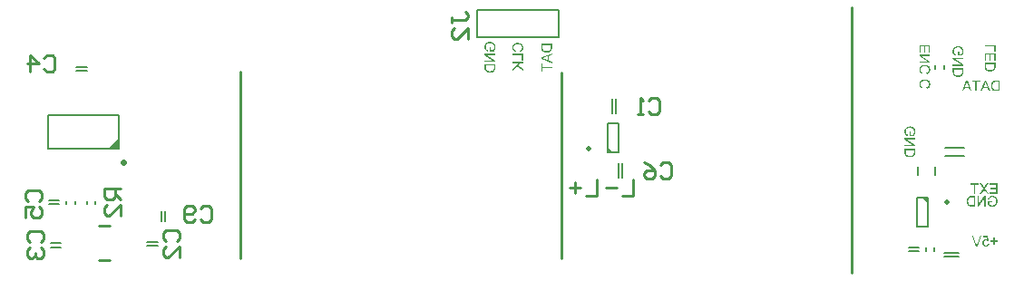
<source format=gbo>
G04 Layer_Color=32896*
%FSLAX42Y42*%
%MOMM*%
G71*
G01*
G75*
%ADD15C,0.50*%
%ADD37C,0.20*%
%ADD38C,0.25*%
%ADD39C,0.13*%
%ADD65C,0.60*%
G36*
X9658Y1846D02*
X9626D01*
Y1760D01*
X9613D01*
Y1846D01*
X9581D01*
Y1858D01*
X9658D01*
Y1846D01*
D02*
G37*
G36*
X9752Y1760D02*
X9739D01*
X9728Y1790D01*
X9687D01*
X9676Y1760D01*
X9661D01*
X9701Y1858D01*
X9715D01*
X9752Y1760D01*
D02*
G37*
G36*
X9457Y2180D02*
X9462Y2179D01*
X9464Y2179D01*
X9466Y2178D01*
X9468Y2178D01*
X9470Y2177D01*
X9472Y2176D01*
X9473Y2176D01*
X9475Y2175D01*
X9476Y2175D01*
X9477Y2175D01*
X9477Y2174D01*
X9478Y2174D01*
X9478D01*
X9482Y2172D01*
X9485Y2169D01*
X9489Y2166D01*
X9491Y2163D01*
X9493Y2160D01*
X9494Y2159D01*
X9495Y2158D01*
X9495Y2157D01*
X9495Y2157D01*
X9495Y2156D01*
X9496Y2156D01*
X9497Y2154D01*
X9498Y2152D01*
X9499Y2147D01*
X9500Y2143D01*
X9501Y2139D01*
X9501Y2137D01*
X9501Y2135D01*
X9502Y2134D01*
Y2132D01*
X9502Y2132D01*
Y2131D01*
Y2130D01*
Y2130D01*
X9502Y2126D01*
X9501Y2122D01*
X9500Y2119D01*
X9500Y2116D01*
X9499Y2114D01*
X9499Y2113D01*
X9499Y2112D01*
X9498Y2111D01*
X9498Y2110D01*
X9498Y2110D01*
X9498Y2110D01*
Y2109D01*
X9496Y2106D01*
X9495Y2102D01*
X9493Y2099D01*
X9491Y2096D01*
X9490Y2094D01*
X9489Y2093D01*
X9488Y2092D01*
X9488Y2091D01*
X9487Y2091D01*
X9487Y2090D01*
X9487Y2090D01*
X9486Y2090D01*
X9450D01*
Y2131D01*
X9462D01*
Y2102D01*
X9480D01*
X9482Y2104D01*
X9483Y2106D01*
X9484Y2108D01*
X9485Y2110D01*
X9486Y2112D01*
X9486Y2113D01*
X9487Y2114D01*
X9487Y2114D01*
X9487Y2114D01*
Y2115D01*
X9488Y2118D01*
X9489Y2121D01*
X9489Y2123D01*
X9490Y2126D01*
X9490Y2128D01*
Y2129D01*
X9490Y2130D01*
Y2130D01*
Y2131D01*
Y2131D01*
Y2131D01*
X9490Y2134D01*
X9489Y2138D01*
X9489Y2141D01*
X9488Y2144D01*
X9487Y2146D01*
X9487Y2147D01*
X9487Y2148D01*
X9486Y2148D01*
X9486Y2149D01*
X9486Y2149D01*
Y2149D01*
X9484Y2152D01*
X9482Y2155D01*
X9480Y2157D01*
X9478Y2159D01*
X9476Y2161D01*
X9474Y2162D01*
X9474Y2162D01*
X9473Y2162D01*
X9473Y2162D01*
X9473D01*
X9469Y2164D01*
X9466Y2165D01*
X9462Y2166D01*
X9459Y2166D01*
X9457Y2166D01*
X9456Y2166D01*
X9454Y2167D01*
X9453D01*
X9452Y2167D01*
X9451D01*
X9447Y2167D01*
X9443Y2166D01*
X9440Y2166D01*
X9437Y2165D01*
X9436Y2165D01*
X9435Y2164D01*
X9434Y2164D01*
X9433Y2164D01*
X9432Y2163D01*
X9432Y2163D01*
X9431Y2163D01*
X9431D01*
X9429Y2162D01*
X9428Y2161D01*
X9426Y2160D01*
X9424Y2159D01*
X9423Y2158D01*
X9422Y2158D01*
X9422Y2157D01*
X9422Y2157D01*
X9420Y2155D01*
X9419Y2154D01*
X9418Y2152D01*
X9416Y2150D01*
X9416Y2149D01*
X9415Y2148D01*
X9415Y2147D01*
X9415Y2146D01*
X9414Y2144D01*
X9413Y2141D01*
X9412Y2139D01*
X9412Y2136D01*
X9412Y2134D01*
Y2133D01*
X9412Y2133D01*
Y2132D01*
Y2132D01*
Y2131D01*
Y2131D01*
X9412Y2128D01*
X9412Y2126D01*
X9413Y2124D01*
X9413Y2122D01*
X9414Y2120D01*
X9414Y2119D01*
X9414Y2118D01*
X9414Y2118D01*
X9415Y2116D01*
X9417Y2114D01*
X9418Y2112D01*
X9419Y2111D01*
X9420Y2110D01*
X9420Y2109D01*
X9421Y2109D01*
X9421Y2108D01*
X9423Y2107D01*
X9425Y2106D01*
X9427Y2105D01*
X9429Y2104D01*
X9430Y2104D01*
X9432Y2103D01*
X9432Y2103D01*
X9433Y2103D01*
X9433Y2103D01*
X9433D01*
X9430Y2091D01*
X9426Y2092D01*
X9423Y2093D01*
X9420Y2095D01*
X9418Y2096D01*
X9416Y2097D01*
X9415Y2098D01*
X9414Y2098D01*
X9414Y2099D01*
X9412Y2101D01*
X9410Y2103D01*
X9408Y2105D01*
X9407Y2107D01*
X9406Y2109D01*
X9405Y2111D01*
X9405Y2111D01*
X9404Y2112D01*
X9404Y2112D01*
Y2112D01*
X9403Y2115D01*
X9402Y2119D01*
X9402Y2122D01*
X9401Y2125D01*
X9401Y2127D01*
Y2129D01*
X9401Y2129D01*
Y2130D01*
Y2131D01*
Y2131D01*
Y2131D01*
Y2134D01*
X9401Y2136D01*
X9402Y2141D01*
X9402Y2144D01*
X9403Y2146D01*
X9403Y2148D01*
X9404Y2150D01*
X9404Y2151D01*
X9405Y2153D01*
X9405Y2154D01*
X9406Y2155D01*
X9406Y2156D01*
X9407Y2156D01*
X9407Y2157D01*
X9407Y2157D01*
X9408Y2159D01*
X9409Y2161D01*
X9412Y2164D01*
X9415Y2167D01*
X9418Y2170D01*
X9421Y2172D01*
X9422Y2172D01*
X9423Y2173D01*
X9424Y2174D01*
X9425Y2174D01*
X9425Y2174D01*
X9425Y2174D01*
X9430Y2176D01*
X9435Y2177D01*
X9439Y2179D01*
X9441Y2179D01*
X9443Y2179D01*
X9445Y2179D01*
X9447Y2180D01*
X9448Y2180D01*
X9449D01*
X9450Y2180D01*
X9452D01*
X9457Y2180D01*
D02*
G37*
G36*
X9578Y1760D02*
X9564D01*
X9554Y1790D01*
X9513D01*
X9502Y1760D01*
X9487D01*
X9527Y1858D01*
X9541D01*
X9578Y1760D01*
D02*
G37*
G36*
X9840D02*
X9805D01*
X9802Y1760D01*
X9799Y1760D01*
X9796Y1761D01*
X9794Y1761D01*
X9792Y1761D01*
X9790Y1761D01*
X9790Y1761D01*
X9790Y1762D01*
X9789D01*
X9787Y1762D01*
X9784Y1763D01*
X9782Y1764D01*
X9781Y1765D01*
X9779Y1765D01*
X9778Y1766D01*
X9778Y1766D01*
X9778Y1766D01*
X9776Y1768D01*
X9774Y1769D01*
X9773Y1771D01*
X9771Y1772D01*
X9770Y1773D01*
X9769Y1774D01*
X9769Y1775D01*
X9769Y1775D01*
X9767Y1778D01*
X9766Y1780D01*
X9765Y1782D01*
X9764Y1785D01*
X9763Y1787D01*
X9762Y1788D01*
X9762Y1789D01*
X9762Y1789D01*
X9762Y1789D01*
Y1789D01*
X9761Y1793D01*
X9760Y1796D01*
X9760Y1799D01*
X9760Y1803D01*
X9760Y1805D01*
Y1806D01*
X9759Y1807D01*
Y1808D01*
Y1809D01*
Y1809D01*
Y1809D01*
X9760Y1814D01*
X9760Y1818D01*
X9761Y1822D01*
X9761Y1824D01*
X9761Y1826D01*
X9762Y1827D01*
X9762Y1829D01*
X9762Y1830D01*
X9763Y1831D01*
X9763Y1831D01*
X9763Y1832D01*
X9763Y1832D01*
Y1832D01*
X9765Y1836D01*
X9767Y1839D01*
X9769Y1842D01*
X9771Y1845D01*
X9772Y1847D01*
X9774Y1848D01*
X9774Y1848D01*
X9775Y1849D01*
X9775Y1849D01*
X9775Y1849D01*
X9777Y1851D01*
X9780Y1852D01*
X9782Y1854D01*
X9784Y1855D01*
X9786Y1855D01*
X9788Y1856D01*
X9788Y1856D01*
X9789D01*
X9789Y1856D01*
X9789D01*
X9792Y1857D01*
X9794Y1857D01*
X9797Y1857D01*
X9800Y1857D01*
X9803Y1858D01*
X9840D01*
Y1760D01*
D02*
G37*
G36*
X9634Y310D02*
X9620D01*
X9582Y408D01*
X9595D01*
X9622Y337D01*
X9623Y334D01*
X9624Y331D01*
X9625Y328D01*
X9625Y326D01*
X9626Y324D01*
X9627Y322D01*
X9627Y322D01*
X9627Y321D01*
X9627Y321D01*
Y321D01*
X9629Y326D01*
X9630Y329D01*
X9630Y331D01*
X9631Y334D01*
X9631Y334D01*
X9632Y335D01*
X9632Y336D01*
X9632Y336D01*
X9632Y337D01*
Y337D01*
X9657Y408D01*
X9672D01*
X9634Y310D01*
D02*
G37*
G36*
X9793Y364D02*
X9820D01*
Y353D01*
X9793D01*
Y326D01*
X9782D01*
Y353D01*
X9756D01*
Y364D01*
X9782D01*
Y390D01*
X9793D01*
Y364D01*
D02*
G37*
G36*
X5660Y2099D02*
X5630Y2088D01*
Y2047D01*
X5660Y2036D01*
Y2021D01*
X5562Y2061D01*
Y2075D01*
X5660Y2112D01*
Y2099D01*
D02*
G37*
G36*
X5574Y1986D02*
X5660D01*
Y1973D01*
X5574D01*
Y1941D01*
X5562D01*
Y2018D01*
X5574D01*
Y1986D01*
D02*
G37*
G36*
X9500Y2058D02*
X9423D01*
X9500Y2007D01*
Y1994D01*
X9402D01*
Y2006D01*
X9479D01*
X9402Y2057D01*
Y2071D01*
X9500D01*
Y2058D01*
D02*
G37*
G36*
X5087Y2220D02*
X5092Y2219D01*
X5094Y2219D01*
X5096Y2218D01*
X5098Y2218D01*
X5100Y2217D01*
X5102Y2216D01*
X5103Y2216D01*
X5105Y2215D01*
X5106Y2215D01*
X5107Y2215D01*
X5107Y2214D01*
X5108Y2214D01*
X5108D01*
X5112Y2212D01*
X5115Y2209D01*
X5119Y2206D01*
X5121Y2203D01*
X5123Y2200D01*
X5124Y2199D01*
X5125Y2198D01*
X5125Y2197D01*
X5125Y2197D01*
X5125Y2196D01*
X5126Y2196D01*
X5127Y2194D01*
X5128Y2192D01*
X5129Y2187D01*
X5130Y2183D01*
X5131Y2179D01*
X5131Y2177D01*
X5131Y2175D01*
X5132Y2174D01*
Y2172D01*
X5132Y2172D01*
Y2171D01*
Y2170D01*
Y2170D01*
X5132Y2166D01*
X5131Y2162D01*
X5130Y2159D01*
X5130Y2156D01*
X5129Y2154D01*
X5129Y2153D01*
X5129Y2152D01*
X5128Y2151D01*
X5128Y2150D01*
X5128Y2150D01*
X5128Y2150D01*
Y2149D01*
X5126Y2146D01*
X5125Y2142D01*
X5123Y2139D01*
X5121Y2136D01*
X5120Y2134D01*
X5119Y2133D01*
X5118Y2132D01*
X5118Y2131D01*
X5117Y2131D01*
X5117Y2130D01*
X5117Y2130D01*
X5116Y2130D01*
X5080D01*
Y2171D01*
X5092D01*
Y2142D01*
X5110D01*
X5112Y2144D01*
X5113Y2146D01*
X5114Y2148D01*
X5115Y2150D01*
X5116Y2152D01*
X5116Y2153D01*
X5117Y2154D01*
X5117Y2154D01*
X5117Y2154D01*
Y2155D01*
X5118Y2158D01*
X5119Y2161D01*
X5119Y2163D01*
X5120Y2166D01*
X5120Y2168D01*
Y2169D01*
X5120Y2170D01*
Y2170D01*
Y2171D01*
Y2171D01*
Y2171D01*
X5120Y2174D01*
X5119Y2178D01*
X5119Y2181D01*
X5118Y2184D01*
X5117Y2186D01*
X5117Y2187D01*
X5117Y2188D01*
X5116Y2188D01*
X5116Y2189D01*
X5116Y2189D01*
Y2189D01*
X5114Y2192D01*
X5112Y2195D01*
X5110Y2197D01*
X5108Y2199D01*
X5106Y2201D01*
X5104Y2202D01*
X5104Y2202D01*
X5103Y2202D01*
X5103Y2202D01*
X5103D01*
X5099Y2204D01*
X5096Y2205D01*
X5092Y2206D01*
X5089Y2206D01*
X5087Y2206D01*
X5086Y2206D01*
X5084Y2207D01*
X5083D01*
X5082Y2207D01*
X5081D01*
X5077Y2207D01*
X5073Y2206D01*
X5070Y2206D01*
X5067Y2205D01*
X5066Y2205D01*
X5065Y2204D01*
X5064Y2204D01*
X5063Y2204D01*
X5062Y2203D01*
X5062Y2203D01*
X5061Y2203D01*
X5061D01*
X5059Y2202D01*
X5058Y2201D01*
X5056Y2200D01*
X5054Y2199D01*
X5053Y2198D01*
X5052Y2198D01*
X5052Y2197D01*
X5052Y2197D01*
X5050Y2195D01*
X5049Y2194D01*
X5048Y2192D01*
X5046Y2190D01*
X5046Y2189D01*
X5045Y2188D01*
X5045Y2187D01*
X5045Y2186D01*
X5044Y2184D01*
X5043Y2181D01*
X5042Y2179D01*
X5042Y2176D01*
X5042Y2174D01*
Y2173D01*
X5042Y2173D01*
Y2172D01*
Y2172D01*
Y2171D01*
Y2171D01*
X5042Y2168D01*
X5042Y2166D01*
X5043Y2164D01*
X5043Y2162D01*
X5044Y2160D01*
X5044Y2159D01*
X5044Y2158D01*
X5044Y2158D01*
X5045Y2156D01*
X5047Y2154D01*
X5048Y2152D01*
X5049Y2151D01*
X5050Y2150D01*
X5050Y2149D01*
X5051Y2149D01*
X5051Y2148D01*
X5053Y2147D01*
X5055Y2146D01*
X5057Y2145D01*
X5059Y2144D01*
X5060Y2144D01*
X5062Y2143D01*
X5062Y2143D01*
X5063Y2143D01*
X5063Y2143D01*
X5063D01*
X5060Y2131D01*
X5056Y2132D01*
X5053Y2133D01*
X5050Y2135D01*
X5048Y2136D01*
X5046Y2137D01*
X5045Y2138D01*
X5044Y2138D01*
X5044Y2139D01*
X5042Y2141D01*
X5040Y2143D01*
X5038Y2145D01*
X5037Y2147D01*
X5036Y2149D01*
X5035Y2151D01*
X5035Y2151D01*
X5034Y2152D01*
X5034Y2152D01*
Y2152D01*
X5033Y2155D01*
X5032Y2159D01*
X5032Y2162D01*
X5031Y2165D01*
X5031Y2167D01*
Y2169D01*
X5031Y2169D01*
Y2170D01*
Y2171D01*
Y2171D01*
Y2171D01*
Y2174D01*
X5031Y2176D01*
X5032Y2181D01*
X5032Y2184D01*
X5033Y2186D01*
X5033Y2188D01*
X5034Y2190D01*
X5034Y2191D01*
X5035Y2193D01*
X5035Y2194D01*
X5036Y2195D01*
X5036Y2196D01*
X5037Y2196D01*
X5037Y2197D01*
X5037Y2197D01*
X5038Y2199D01*
X5039Y2201D01*
X5042Y2204D01*
X5045Y2207D01*
X5048Y2210D01*
X5051Y2212D01*
X5052Y2212D01*
X5053Y2213D01*
X5054Y2214D01*
X5055Y2214D01*
X5055Y2214D01*
X5055Y2214D01*
X5060Y2216D01*
X5065Y2217D01*
X5069Y2219D01*
X5071Y2219D01*
X5073Y2219D01*
X5075Y2219D01*
X5077Y2220D01*
X5078Y2220D01*
X5079D01*
X5080Y2220D01*
X5082D01*
X5087Y2220D01*
D02*
G37*
G36*
X9146Y1868D02*
X9151Y1867D01*
X9155Y1867D01*
X9157Y1866D01*
X9159Y1866D01*
X9161Y1865D01*
X9162Y1865D01*
X9163Y1864D01*
X9165Y1864D01*
X9165Y1864D01*
X9166Y1864D01*
X9167Y1863D01*
X9167D01*
X9171Y1861D01*
X9175Y1859D01*
X9178Y1856D01*
X9179Y1855D01*
X9181Y1854D01*
X9182Y1853D01*
X9183Y1852D01*
X9184Y1851D01*
X9184Y1850D01*
X9185Y1849D01*
X9185Y1849D01*
X9185Y1848D01*
X9185Y1848D01*
X9186Y1846D01*
X9187Y1844D01*
X9189Y1840D01*
X9190Y1836D01*
X9191Y1832D01*
X9191Y1830D01*
X9191Y1828D01*
X9192Y1826D01*
Y1825D01*
X9192Y1824D01*
Y1823D01*
Y1823D01*
Y1822D01*
X9192Y1820D01*
X9191Y1817D01*
X9191Y1814D01*
X9190Y1812D01*
X9190Y1810D01*
X9189Y1808D01*
X9188Y1806D01*
X9187Y1804D01*
X9187Y1802D01*
X9186Y1801D01*
X9185Y1800D01*
X9185Y1799D01*
X9184Y1798D01*
X9184Y1797D01*
X9184Y1797D01*
X9183Y1797D01*
X9182Y1795D01*
X9180Y1793D01*
X9178Y1791D01*
X9176Y1790D01*
X9172Y1787D01*
X9168Y1785D01*
X9166Y1785D01*
X9165Y1784D01*
X9163Y1783D01*
X9162Y1783D01*
X9161Y1782D01*
X9160Y1782D01*
X9159Y1782D01*
X9159D01*
X9156Y1795D01*
X9158Y1796D01*
X9160Y1796D01*
X9162Y1797D01*
X9164Y1798D01*
X9166Y1799D01*
X9167Y1799D01*
X9169Y1800D01*
X9170Y1801D01*
X9171Y1802D01*
X9172Y1803D01*
X9173Y1803D01*
X9173Y1804D01*
X9174Y1805D01*
X9174Y1805D01*
X9174Y1805D01*
X9174Y1805D01*
X9176Y1807D01*
X9176Y1808D01*
X9178Y1811D01*
X9179Y1814D01*
X9180Y1817D01*
X9180Y1820D01*
X9181Y1821D01*
Y1822D01*
X9181Y1823D01*
Y1823D01*
Y1823D01*
Y1824D01*
X9181Y1827D01*
X9180Y1830D01*
X9179Y1833D01*
X9178Y1835D01*
X9178Y1837D01*
X9177Y1838D01*
X9177Y1839D01*
X9177Y1839D01*
X9176Y1840D01*
X9176Y1840D01*
Y1840D01*
X9174Y1843D01*
X9172Y1845D01*
X9170Y1847D01*
X9167Y1849D01*
X9165Y1850D01*
X9164Y1851D01*
X9163Y1851D01*
X9163Y1851D01*
X9162Y1852D01*
X9162D01*
X9159Y1853D01*
X9155Y1854D01*
X9151Y1854D01*
X9148Y1855D01*
X9146Y1855D01*
X9145Y1855D01*
X9144D01*
X9143Y1855D01*
X9141D01*
X9137Y1855D01*
X9133Y1855D01*
X9130Y1854D01*
X9128Y1854D01*
X9125Y1853D01*
X9124Y1853D01*
X9123Y1853D01*
X9123Y1852D01*
X9122Y1852D01*
X9122Y1852D01*
X9122D01*
X9119Y1851D01*
X9116Y1849D01*
X9113Y1847D01*
X9111Y1846D01*
X9109Y1844D01*
X9108Y1843D01*
X9108Y1842D01*
X9107Y1842D01*
Y1842D01*
X9105Y1839D01*
X9104Y1835D01*
X9103Y1832D01*
X9102Y1829D01*
X9102Y1827D01*
X9102Y1825D01*
Y1824D01*
X9102Y1824D01*
Y1823D01*
Y1823D01*
Y1823D01*
X9102Y1819D01*
X9102Y1816D01*
X9103Y1813D01*
X9104Y1811D01*
X9105Y1809D01*
X9106Y1808D01*
X9106Y1807D01*
X9107Y1806D01*
X9109Y1804D01*
X9111Y1802D01*
X9114Y1800D01*
X9116Y1799D01*
X9119Y1798D01*
X9120Y1797D01*
X9121Y1797D01*
X9121Y1797D01*
X9122Y1797D01*
X9122Y1796D01*
X9122D01*
X9119Y1784D01*
X9117Y1785D01*
X9114Y1785D01*
X9112Y1787D01*
X9110Y1788D01*
X9108Y1789D01*
X9107Y1790D01*
X9105Y1791D01*
X9104Y1792D01*
X9102Y1793D01*
X9101Y1794D01*
X9100Y1795D01*
X9100Y1796D01*
X9099Y1797D01*
X9099Y1797D01*
X9098Y1798D01*
X9098Y1798D01*
X9097Y1800D01*
X9096Y1802D01*
X9095Y1804D01*
X9094Y1806D01*
X9093Y1810D01*
X9092Y1814D01*
X9091Y1816D01*
X9091Y1817D01*
X9091Y1819D01*
X9091Y1820D01*
X9091Y1821D01*
Y1822D01*
Y1822D01*
Y1822D01*
X9091Y1827D01*
X9092Y1832D01*
X9093Y1835D01*
X9093Y1837D01*
X9094Y1839D01*
X9094Y1841D01*
X9095Y1842D01*
X9095Y1843D01*
X9096Y1844D01*
X9096Y1845D01*
X9096Y1845D01*
X9097Y1846D01*
X9097Y1846D01*
X9099Y1850D01*
X9102Y1853D01*
X9105Y1856D01*
X9108Y1858D01*
X9110Y1860D01*
X9111Y1861D01*
X9112Y1861D01*
X9113Y1862D01*
X9113Y1862D01*
X9114Y1862D01*
X9114Y1863D01*
X9118Y1865D01*
X9123Y1866D01*
X9127Y1867D01*
X9131Y1868D01*
X9133Y1868D01*
X9135Y1868D01*
X9137Y1868D01*
X9138D01*
X9139Y1868D01*
X9141D01*
X9146Y1868D01*
D02*
G37*
G36*
X5130Y1977D02*
X5130Y1974D01*
X5130Y1971D01*
X5129Y1968D01*
X5129Y1966D01*
X5129Y1964D01*
X5129Y1963D01*
X5129Y1962D01*
X5128Y1962D01*
Y1962D01*
Y1961D01*
X5128Y1959D01*
X5127Y1957D01*
X5126Y1955D01*
X5125Y1953D01*
X5125Y1952D01*
X5124Y1951D01*
X5124Y1950D01*
X5124Y1950D01*
X5122Y1948D01*
X5121Y1946D01*
X5119Y1945D01*
X5118Y1944D01*
X5117Y1942D01*
X5116Y1942D01*
X5115Y1941D01*
X5115Y1941D01*
X5112Y1939D01*
X5110Y1938D01*
X5108Y1937D01*
X5105Y1936D01*
X5103Y1935D01*
X5102Y1935D01*
X5101Y1935D01*
X5101Y1934D01*
X5101Y1934D01*
X5101D01*
X5097Y1933D01*
X5094Y1933D01*
X5091Y1932D01*
X5087Y1932D01*
X5085Y1932D01*
X5084D01*
X5083Y1932D01*
X5081D01*
X5076Y1932D01*
X5072Y1932D01*
X5068Y1933D01*
X5066Y1933D01*
X5064Y1934D01*
X5063Y1934D01*
X5061Y1934D01*
X5060Y1935D01*
X5059Y1935D01*
X5059Y1935D01*
X5058Y1935D01*
X5058Y1936D01*
X5058D01*
X5054Y1937D01*
X5051Y1939D01*
X5048Y1941D01*
X5045Y1943D01*
X5043Y1944D01*
X5042Y1946D01*
X5042Y1946D01*
X5041Y1947D01*
X5041Y1947D01*
X5041Y1947D01*
X5039Y1949D01*
X5038Y1952D01*
X5036Y1954D01*
X5035Y1956D01*
X5035Y1958D01*
X5034Y1960D01*
X5034Y1960D01*
Y1961D01*
X5034Y1961D01*
Y1961D01*
X5033Y1964D01*
X5033Y1967D01*
X5033Y1969D01*
X5033Y1972D01*
X5032Y1975D01*
Y1976D01*
Y1977D01*
Y1978D01*
Y1978D01*
Y1979D01*
Y1979D01*
Y2012D01*
X5130D01*
Y1977D01*
D02*
G37*
G36*
Y2098D02*
X5053D01*
X5130Y2047D01*
Y2034D01*
X5032D01*
Y2046D01*
X5109D01*
X5032Y2097D01*
Y2111D01*
X5130D01*
Y2098D01*
D02*
G37*
G36*
X9146Y2004D02*
X9151Y2004D01*
X9155Y2003D01*
X9157Y2003D01*
X9159Y2002D01*
X9161Y2002D01*
X9162Y2001D01*
X9163Y2001D01*
X9165Y2000D01*
X9165Y2000D01*
X9166Y2000D01*
X9167Y2000D01*
X9167D01*
X9171Y1997D01*
X9175Y1995D01*
X9178Y1993D01*
X9179Y1991D01*
X9181Y1990D01*
X9182Y1989D01*
X9183Y1988D01*
X9184Y1987D01*
X9184Y1986D01*
X9185Y1985D01*
X9185Y1985D01*
X9185Y1985D01*
X9185Y1984D01*
X9186Y1982D01*
X9187Y1981D01*
X9189Y1976D01*
X9190Y1972D01*
X9191Y1968D01*
X9191Y1966D01*
X9191Y1964D01*
X9192Y1963D01*
Y1961D01*
X9192Y1960D01*
Y1960D01*
Y1959D01*
Y1959D01*
X9192Y1956D01*
X9191Y1953D01*
X9191Y1951D01*
X9190Y1948D01*
X9190Y1946D01*
X9189Y1944D01*
X9188Y1942D01*
X9187Y1940D01*
X9187Y1939D01*
X9186Y1937D01*
X9185Y1936D01*
X9185Y1935D01*
X9184Y1934D01*
X9184Y1933D01*
X9184Y1933D01*
X9183Y1933D01*
X9182Y1931D01*
X9180Y1929D01*
X9178Y1928D01*
X9176Y1926D01*
X9172Y1924D01*
X9168Y1922D01*
X9166Y1921D01*
X9165Y1920D01*
X9163Y1920D01*
X9162Y1919D01*
X9161Y1919D01*
X9160Y1918D01*
X9159Y1918D01*
X9159D01*
X9156Y1931D01*
X9158Y1932D01*
X9160Y1933D01*
X9162Y1933D01*
X9164Y1934D01*
X9166Y1935D01*
X9167Y1936D01*
X9169Y1937D01*
X9170Y1938D01*
X9171Y1938D01*
X9172Y1939D01*
X9173Y1940D01*
X9173Y1940D01*
X9174Y1941D01*
X9174Y1941D01*
X9174Y1941D01*
X9174Y1942D01*
X9176Y1943D01*
X9176Y1945D01*
X9178Y1948D01*
X9179Y1951D01*
X9180Y1954D01*
X9180Y1956D01*
X9181Y1957D01*
Y1958D01*
X9181Y1959D01*
Y1960D01*
Y1960D01*
Y1960D01*
X9181Y1963D01*
X9180Y1966D01*
X9179Y1969D01*
X9178Y1972D01*
X9178Y1974D01*
X9177Y1974D01*
X9177Y1975D01*
X9177Y1976D01*
X9176Y1976D01*
X9176Y1976D01*
Y1977D01*
X9174Y1979D01*
X9172Y1982D01*
X9170Y1983D01*
X9167Y1985D01*
X9165Y1986D01*
X9164Y1987D01*
X9163Y1987D01*
X9163Y1988D01*
X9162Y1988D01*
X9162D01*
X9159Y1989D01*
X9155Y1990D01*
X9151Y1991D01*
X9148Y1991D01*
X9146Y1991D01*
X9145Y1991D01*
X9144D01*
X9143Y1991D01*
X9141D01*
X9137Y1991D01*
X9133Y1991D01*
X9130Y1990D01*
X9128Y1990D01*
X9125Y1989D01*
X9124Y1989D01*
X9123Y1989D01*
X9123Y1989D01*
X9122Y1989D01*
X9122Y1988D01*
X9122D01*
X9119Y1987D01*
X9116Y1985D01*
X9113Y1984D01*
X9111Y1982D01*
X9109Y1980D01*
X9108Y1979D01*
X9108Y1978D01*
X9107Y1978D01*
Y1978D01*
X9105Y1975D01*
X9104Y1972D01*
X9103Y1969D01*
X9102Y1966D01*
X9102Y1963D01*
X9102Y1962D01*
Y1961D01*
X9102Y1960D01*
Y1960D01*
Y1959D01*
Y1959D01*
X9102Y1955D01*
X9102Y1952D01*
X9103Y1950D01*
X9104Y1947D01*
X9105Y1945D01*
X9106Y1944D01*
X9106Y1943D01*
X9107Y1943D01*
X9109Y1940D01*
X9111Y1938D01*
X9114Y1937D01*
X9116Y1935D01*
X9119Y1934D01*
X9120Y1934D01*
X9121Y1933D01*
X9121Y1933D01*
X9122Y1933D01*
X9122Y1933D01*
X9122D01*
X9119Y1920D01*
X9117Y1921D01*
X9114Y1922D01*
X9112Y1923D01*
X9110Y1924D01*
X9108Y1925D01*
X9107Y1926D01*
X9105Y1927D01*
X9104Y1929D01*
X9102Y1930D01*
X9101Y1931D01*
X9100Y1932D01*
X9100Y1932D01*
X9099Y1933D01*
X9099Y1934D01*
X9098Y1934D01*
X9098Y1934D01*
X9097Y1936D01*
X9096Y1938D01*
X9095Y1940D01*
X9094Y1942D01*
X9093Y1946D01*
X9092Y1950D01*
X9091Y1952D01*
X9091Y1953D01*
X9091Y1955D01*
X9091Y1956D01*
X9091Y1957D01*
Y1958D01*
Y1959D01*
Y1959D01*
X9091Y1963D01*
X9092Y1968D01*
X9093Y1972D01*
X9093Y1974D01*
X9094Y1975D01*
X9094Y1977D01*
X9095Y1978D01*
X9095Y1979D01*
X9096Y1981D01*
X9096Y1981D01*
X9096Y1982D01*
X9097Y1982D01*
X9097Y1982D01*
X9099Y1986D01*
X9102Y1989D01*
X9105Y1992D01*
X9108Y1995D01*
X9110Y1996D01*
X9111Y1997D01*
X9112Y1998D01*
X9113Y1998D01*
X9113Y1999D01*
X9114Y1999D01*
X9114Y1999D01*
X9118Y2001D01*
X9123Y2002D01*
X9127Y2003D01*
X9131Y2004D01*
X9133Y2004D01*
X9135Y2004D01*
X9137Y2004D01*
X9138D01*
X9139Y2005D01*
X9141D01*
X9146Y2004D01*
D02*
G37*
G36*
X9500Y1937D02*
X9500Y1934D01*
X9500Y1931D01*
X9499Y1928D01*
X9499Y1926D01*
X9499Y1924D01*
X9499Y1923D01*
X9499Y1922D01*
X9498Y1922D01*
Y1922D01*
Y1921D01*
X9498Y1919D01*
X9497Y1917D01*
X9496Y1915D01*
X9495Y1913D01*
X9495Y1912D01*
X9494Y1911D01*
X9494Y1910D01*
X9494Y1910D01*
X9492Y1908D01*
X9491Y1906D01*
X9489Y1905D01*
X9488Y1904D01*
X9487Y1902D01*
X9486Y1902D01*
X9485Y1901D01*
X9485Y1901D01*
X9482Y1899D01*
X9480Y1898D01*
X9478Y1897D01*
X9475Y1896D01*
X9473Y1895D01*
X9472Y1895D01*
X9471Y1895D01*
X9471Y1894D01*
X9471Y1894D01*
X9471D01*
X9467Y1893D01*
X9464Y1893D01*
X9461Y1892D01*
X9457Y1892D01*
X9455Y1892D01*
X9454D01*
X9453Y1892D01*
X9451D01*
X9446Y1892D01*
X9442Y1892D01*
X9438Y1893D01*
X9436Y1893D01*
X9434Y1894D01*
X9433Y1894D01*
X9431Y1894D01*
X9430Y1895D01*
X9429Y1895D01*
X9429Y1895D01*
X9428Y1895D01*
X9428Y1896D01*
X9428D01*
X9424Y1897D01*
X9421Y1899D01*
X9418Y1901D01*
X9415Y1903D01*
X9413Y1904D01*
X9412Y1906D01*
X9412Y1906D01*
X9411Y1907D01*
X9411Y1907D01*
X9411Y1907D01*
X9409Y1909D01*
X9408Y1912D01*
X9406Y1914D01*
X9405Y1916D01*
X9405Y1918D01*
X9404Y1920D01*
X9404Y1920D01*
Y1921D01*
X9404Y1921D01*
Y1921D01*
X9403Y1924D01*
X9403Y1927D01*
X9403Y1929D01*
X9403Y1932D01*
X9402Y1935D01*
Y1936D01*
Y1937D01*
Y1938D01*
Y1938D01*
Y1939D01*
Y1939D01*
Y1972D01*
X9500D01*
Y1937D01*
D02*
G37*
G36*
X5660Y2165D02*
X5660Y2162D01*
X5660Y2159D01*
X5659Y2156D01*
X5659Y2154D01*
X5659Y2152D01*
X5659Y2150D01*
X5659Y2150D01*
X5658Y2150D01*
Y2149D01*
Y2149D01*
X5658Y2147D01*
X5657Y2144D01*
X5656Y2142D01*
X5655Y2141D01*
X5655Y2139D01*
X5654Y2138D01*
X5654Y2138D01*
X5654Y2138D01*
X5652Y2136D01*
X5651Y2134D01*
X5649Y2133D01*
X5648Y2131D01*
X5647Y2130D01*
X5646Y2129D01*
X5645Y2129D01*
X5645Y2129D01*
X5642Y2127D01*
X5640Y2126D01*
X5638Y2125D01*
X5635Y2124D01*
X5633Y2123D01*
X5632Y2122D01*
X5631Y2122D01*
X5631Y2122D01*
X5631Y2122D01*
X5631D01*
X5627Y2121D01*
X5624Y2120D01*
X5621Y2120D01*
X5617Y2120D01*
X5615Y2120D01*
X5614D01*
X5613Y2119D01*
X5611D01*
X5606Y2120D01*
X5602Y2120D01*
X5598Y2121D01*
X5596Y2121D01*
X5594Y2121D01*
X5593Y2122D01*
X5591Y2122D01*
X5590Y2122D01*
X5589Y2123D01*
X5589Y2123D01*
X5588Y2123D01*
X5588Y2123D01*
X5588D01*
X5584Y2125D01*
X5581Y2127D01*
X5578Y2129D01*
X5575Y2131D01*
X5573Y2132D01*
X5572Y2134D01*
X5572Y2134D01*
X5571Y2135D01*
X5571Y2135D01*
X5571Y2135D01*
X5569Y2137D01*
X5568Y2140D01*
X5566Y2142D01*
X5565Y2144D01*
X5565Y2146D01*
X5564Y2148D01*
X5564Y2148D01*
Y2149D01*
X5564Y2149D01*
Y2149D01*
X5563Y2152D01*
X5563Y2154D01*
X5563Y2157D01*
X5563Y2160D01*
X5562Y2163D01*
Y2164D01*
Y2165D01*
Y2165D01*
Y2166D01*
Y2166D01*
Y2166D01*
Y2200D01*
X5660D01*
Y2165D01*
D02*
G37*
G36*
X9190Y2087D02*
X9113D01*
X9190Y2036D01*
Y2023D01*
X9092D01*
Y2035D01*
X9169D01*
X9092Y2086D01*
Y2099D01*
X9190D01*
Y2087D01*
D02*
G37*
G36*
Y2117D02*
X9178D01*
Y2177D01*
X9145D01*
Y2123D01*
X9134D01*
Y2177D01*
X9104D01*
Y2119D01*
X9092D01*
Y2190D01*
X9190D01*
Y2117D01*
D02*
G37*
G36*
X9711Y682D02*
X9698D01*
Y758D01*
X9647Y682D01*
X9634D01*
Y779D01*
X9646D01*
Y703D01*
X9697Y779D01*
X9711D01*
Y682D01*
D02*
G37*
G36*
X9646Y886D02*
X9613D01*
Y800D01*
X9601D01*
Y886D01*
X9568D01*
Y898D01*
X9646D01*
Y886D01*
D02*
G37*
G36*
X5390Y2020D02*
X5356D01*
X5341Y2004D01*
X5390Y1969D01*
Y1952D01*
X5332Y1995D01*
X5292Y1954D01*
Y1971D01*
X5341Y2020D01*
X5292D01*
Y2033D01*
X5390D01*
Y2020D01*
D02*
G37*
G36*
X9612Y682D02*
X9577D01*
X9574Y682D01*
X9571Y682D01*
X9568Y682D01*
X9566Y683D01*
X9564Y683D01*
X9563Y683D01*
X9562Y683D01*
X9562Y683D01*
X9561D01*
X9559Y684D01*
X9557Y685D01*
X9555Y685D01*
X9553Y686D01*
X9552Y687D01*
X9551Y688D01*
X9550Y688D01*
X9550Y688D01*
X9548Y689D01*
X9546Y691D01*
X9545Y692D01*
X9544Y694D01*
X9542Y695D01*
X9542Y696D01*
X9541Y697D01*
X9541Y697D01*
X9539Y699D01*
X9538Y702D01*
X9537Y704D01*
X9536Y706D01*
X9535Y708D01*
X9535Y710D01*
X9535Y710D01*
X9534Y711D01*
X9534Y711D01*
Y711D01*
X9533Y715D01*
X9533Y718D01*
X9532Y721D01*
X9532Y724D01*
X9532Y727D01*
Y728D01*
X9532Y729D01*
Y730D01*
Y730D01*
Y731D01*
Y731D01*
X9532Y736D01*
X9532Y740D01*
X9533Y744D01*
X9533Y746D01*
X9534Y747D01*
X9534Y749D01*
X9534Y750D01*
X9535Y751D01*
X9535Y752D01*
X9535Y753D01*
X9535Y754D01*
X9536Y754D01*
Y754D01*
X9537Y758D01*
X9539Y761D01*
X9541Y764D01*
X9543Y766D01*
X9544Y768D01*
X9546Y770D01*
X9546Y770D01*
X9547Y771D01*
X9547Y771D01*
X9547Y771D01*
X9549Y773D01*
X9552Y774D01*
X9554Y775D01*
X9556Y776D01*
X9558Y777D01*
X9560Y777D01*
X9560Y778D01*
X9561D01*
X9561Y778D01*
X9561D01*
X9564Y778D01*
X9567Y779D01*
X9569Y779D01*
X9572Y779D01*
X9575Y779D01*
X9612D01*
Y682D01*
D02*
G37*
G36*
X9776Y781D02*
X9781Y780D01*
X9784Y780D01*
X9786Y779D01*
X9788Y779D01*
X9790Y778D01*
X9791Y777D01*
X9793Y777D01*
X9794Y776D01*
X9795Y776D01*
X9796Y775D01*
X9796Y775D01*
X9797Y775D01*
X9797Y775D01*
X9799Y774D01*
X9801Y772D01*
X9804Y769D01*
X9807Y766D01*
X9810Y763D01*
X9812Y761D01*
X9812Y760D01*
X9813Y758D01*
X9814Y758D01*
X9814Y757D01*
X9814Y757D01*
X9814Y756D01*
X9816Y752D01*
X9817Y747D01*
X9819Y743D01*
X9819Y740D01*
X9819Y739D01*
X9819Y737D01*
X9820Y735D01*
X9820Y734D01*
Y732D01*
X9820Y731D01*
Y731D01*
Y730D01*
Y730D01*
X9820Y725D01*
X9819Y720D01*
X9819Y717D01*
X9818Y715D01*
X9818Y713D01*
X9817Y711D01*
X9816Y710D01*
X9816Y708D01*
X9815Y707D01*
X9815Y706D01*
X9815Y705D01*
X9814Y704D01*
X9814Y704D01*
Y704D01*
X9812Y700D01*
X9809Y696D01*
X9806Y693D01*
X9803Y691D01*
X9800Y689D01*
X9799Y688D01*
X9798Y687D01*
X9797Y687D01*
X9797Y686D01*
X9796Y686D01*
X9796Y686D01*
X9794Y685D01*
X9792Y684D01*
X9787Y683D01*
X9783Y682D01*
X9779Y681D01*
X9777Y681D01*
X9775Y680D01*
X9774Y680D01*
X9772D01*
X9772Y680D01*
X9770D01*
X9766Y680D01*
X9762Y681D01*
X9759Y681D01*
X9756Y682D01*
X9754Y682D01*
X9753Y683D01*
X9752Y683D01*
X9751Y683D01*
X9750Y684D01*
X9750Y684D01*
X9750Y684D01*
X9749D01*
X9746Y685D01*
X9742Y687D01*
X9739Y689D01*
X9736Y691D01*
X9734Y692D01*
X9733Y693D01*
X9732Y693D01*
X9731Y694D01*
X9731Y695D01*
X9730Y695D01*
X9730Y695D01*
X9730Y695D01*
Y731D01*
X9771D01*
Y720D01*
X9742D01*
Y702D01*
X9744Y700D01*
X9746Y699D01*
X9748Y698D01*
X9750Y697D01*
X9752Y696D01*
X9753Y695D01*
X9754Y695D01*
X9754Y695D01*
X9754Y695D01*
X9755D01*
X9758Y694D01*
X9761Y693D01*
X9763Y692D01*
X9766Y692D01*
X9768Y692D01*
X9769D01*
X9770Y692D01*
X9771D01*
X9774Y692D01*
X9778Y692D01*
X9781Y693D01*
X9784Y694D01*
X9786Y695D01*
X9787Y695D01*
X9788Y695D01*
X9788Y695D01*
X9789Y696D01*
X9789Y696D01*
X9789D01*
X9792Y698D01*
X9795Y700D01*
X9797Y702D01*
X9799Y704D01*
X9801Y706D01*
X9802Y707D01*
X9802Y708D01*
X9802Y708D01*
X9802Y709D01*
Y709D01*
X9804Y712D01*
X9805Y716D01*
X9806Y720D01*
X9806Y723D01*
X9806Y725D01*
X9806Y726D01*
X9807Y728D01*
Y729D01*
X9807Y729D01*
Y730D01*
Y731D01*
Y731D01*
X9807Y735D01*
X9806Y738D01*
X9806Y742D01*
X9805Y745D01*
X9805Y746D01*
X9804Y747D01*
X9804Y748D01*
X9804Y749D01*
X9803Y749D01*
X9803Y750D01*
X9803Y750D01*
Y750D01*
X9802Y752D01*
X9801Y754D01*
X9800Y756D01*
X9799Y757D01*
X9798Y758D01*
X9798Y759D01*
X9797Y760D01*
X9797Y760D01*
X9795Y762D01*
X9794Y763D01*
X9792Y764D01*
X9790Y765D01*
X9789Y766D01*
X9788Y767D01*
X9787Y767D01*
X9786Y767D01*
X9784Y768D01*
X9781Y769D01*
X9779Y769D01*
X9776Y770D01*
X9774Y770D01*
X9773D01*
X9773Y770D01*
X9771D01*
X9768Y770D01*
X9766Y770D01*
X9764Y769D01*
X9762Y769D01*
X9760Y768D01*
X9759Y768D01*
X9758Y767D01*
X9758Y767D01*
X9756Y766D01*
X9754Y765D01*
X9752Y764D01*
X9751Y763D01*
X9750Y762D01*
X9749Y761D01*
X9749Y761D01*
X9748Y760D01*
X9747Y759D01*
X9746Y757D01*
X9745Y755D01*
X9744Y753D01*
X9744Y751D01*
X9743Y750D01*
X9743Y749D01*
X9743Y749D01*
X9743Y749D01*
Y749D01*
X9731Y752D01*
X9732Y755D01*
X9733Y759D01*
X9735Y761D01*
X9736Y764D01*
X9737Y765D01*
X9738Y767D01*
X9738Y768D01*
X9739Y768D01*
X9741Y770D01*
X9743Y772D01*
X9745Y774D01*
X9747Y775D01*
X9749Y776D01*
X9751Y777D01*
X9751Y777D01*
X9752Y777D01*
X9752Y777D01*
X9752D01*
X9755Y779D01*
X9759Y779D01*
X9762Y780D01*
X9765Y781D01*
X9767Y781D01*
X9769D01*
X9769Y781D01*
X9774D01*
X9776Y781D01*
D02*
G37*
G36*
X6235Y1185D02*
X6179D01*
Y1241D01*
X6235Y1185D01*
D02*
G37*
G36*
X1620Y1225D02*
X1520D01*
X1620Y1325D01*
Y1225D01*
D02*
G37*
G36*
X9171Y709D02*
X9115Y765D01*
X9171D01*
Y709D01*
D02*
G37*
G36*
X9820Y800D02*
X9747D01*
Y812D01*
X9807D01*
Y845D01*
X9753D01*
Y857D01*
X9807D01*
Y886D01*
X9749D01*
Y898D01*
X9820D01*
Y800D01*
D02*
G37*
G36*
X9702Y851D02*
X9739Y800D01*
X9724D01*
X9699Y834D01*
X9698Y835D01*
X9698Y836D01*
X9696Y838D01*
X9696Y839D01*
X9695Y840D01*
X9695Y841D01*
X9694Y841D01*
X9693Y839D01*
X9692Y837D01*
X9691Y836D01*
X9691Y836D01*
X9691Y835D01*
X9690Y835D01*
X9666Y800D01*
X9650D01*
X9686Y852D01*
X9653Y898D01*
X9667D01*
X9686Y872D01*
X9688Y870D01*
X9689Y868D01*
X9691Y866D01*
X9692Y864D01*
X9693Y863D01*
X9693Y862D01*
X9694Y861D01*
X9694Y861D01*
X9695Y863D01*
X9696Y865D01*
X9697Y867D01*
X9699Y869D01*
X9700Y870D01*
X9701Y872D01*
X9701Y872D01*
X9701Y873D01*
X9702Y873D01*
Y873D01*
X9719Y898D01*
X9735D01*
X9702Y851D01*
D02*
G37*
G36*
X9050Y1308D02*
X8973D01*
X9050Y1257D01*
Y1244D01*
X8952D01*
Y1256D01*
X9029D01*
X8952Y1307D01*
Y1321D01*
X9050D01*
Y1308D01*
D02*
G37*
G36*
X9740Y356D02*
X9729Y355D01*
X9728Y356D01*
X9727Y357D01*
X9725Y359D01*
X9724Y360D01*
X9723Y360D01*
X9722Y361D01*
X9722Y361D01*
X9722Y361D01*
X9720Y362D01*
X9718Y363D01*
X9716Y363D01*
X9715Y364D01*
X9713Y364D01*
X9712Y364D01*
X9709D01*
X9708Y364D01*
X9705Y363D01*
X9702Y362D01*
X9700Y361D01*
X9698Y360D01*
X9697Y359D01*
X9696Y358D01*
X9696Y358D01*
Y358D01*
X9694Y356D01*
X9693Y353D01*
X9692Y350D01*
X9691Y348D01*
X9690Y346D01*
X9690Y345D01*
Y344D01*
X9690Y343D01*
Y342D01*
Y342D01*
Y342D01*
Y340D01*
X9690Y338D01*
X9691Y335D01*
X9692Y332D01*
X9693Y329D01*
X9694Y327D01*
X9695Y326D01*
X9696Y325D01*
X9696Y325D01*
X9696Y325D01*
X9696Y325D01*
X9697Y324D01*
X9698Y323D01*
X9701Y321D01*
X9703Y320D01*
X9706Y319D01*
X9708Y318D01*
X9709Y318D01*
X9710Y318D01*
X9711D01*
X9714Y318D01*
X9716Y319D01*
X9718Y320D01*
X9720Y320D01*
X9721Y321D01*
X9722Y322D01*
X9723Y323D01*
X9723Y323D01*
X9725Y325D01*
X9726Y327D01*
X9728Y329D01*
X9728Y331D01*
X9729Y333D01*
X9729Y335D01*
X9729Y336D01*
X9730Y336D01*
Y336D01*
Y337D01*
X9742Y336D01*
X9742Y333D01*
X9741Y331D01*
X9740Y327D01*
X9739Y324D01*
X9738Y322D01*
X9737Y321D01*
X9736Y320D01*
X9735Y319D01*
X9735Y318D01*
X9734Y317D01*
X9733Y316D01*
X9733Y316D01*
X9733Y316D01*
X9733Y316D01*
X9731Y314D01*
X9729Y313D01*
X9728Y312D01*
X9726Y311D01*
X9722Y310D01*
X9719Y309D01*
X9717Y309D01*
X9716Y309D01*
X9714Y309D01*
X9713Y308D01*
X9712Y308D01*
X9711D01*
X9708Y308D01*
X9705Y309D01*
X9702Y309D01*
X9700Y310D01*
X9698Y311D01*
X9696Y312D01*
X9694Y313D01*
X9692Y314D01*
X9690Y315D01*
X9689Y316D01*
X9688Y317D01*
X9687Y318D01*
X9686Y319D01*
X9686Y320D01*
X9685Y320D01*
X9685Y320D01*
X9684Y322D01*
X9683Y324D01*
X9682Y326D01*
X9681Y328D01*
X9679Y332D01*
X9678Y335D01*
X9678Y337D01*
X9678Y338D01*
X9678Y340D01*
X9678Y341D01*
X9677Y342D01*
Y342D01*
Y343D01*
Y343D01*
X9678Y346D01*
X9678Y348D01*
X9678Y350D01*
X9679Y352D01*
X9680Y354D01*
X9680Y356D01*
X9681Y358D01*
X9682Y360D01*
X9683Y361D01*
X9684Y362D01*
X9684Y363D01*
X9685Y364D01*
X9686Y365D01*
X9686Y365D01*
X9686Y366D01*
X9686Y366D01*
X9688Y367D01*
X9690Y369D01*
X9692Y370D01*
X9693Y371D01*
X9695Y372D01*
X9697Y373D01*
X9700Y374D01*
X9702Y374D01*
X9703Y374D01*
X9705Y374D01*
X9706Y375D01*
X9707Y375D01*
X9710D01*
X9711Y374D01*
X9715Y374D01*
X9718Y373D01*
X9721Y372D01*
X9723Y370D01*
X9724Y370D01*
X9725Y369D01*
X9726Y369D01*
X9726Y369D01*
X9726Y369D01*
X9726Y369D01*
X9721Y395D01*
X9682D01*
Y406D01*
X9731D01*
X9740Y356D01*
D02*
G37*
G36*
X9050Y1187D02*
X9050Y1184D01*
X9050Y1181D01*
X9049Y1178D01*
X9049Y1176D01*
X9049Y1174D01*
X9049Y1173D01*
X9049Y1172D01*
X9048Y1172D01*
Y1172D01*
Y1171D01*
X9048Y1169D01*
X9047Y1167D01*
X9046Y1165D01*
X9045Y1163D01*
X9045Y1162D01*
X9044Y1161D01*
X9044Y1160D01*
X9044Y1160D01*
X9042Y1158D01*
X9041Y1156D01*
X9039Y1155D01*
X9038Y1154D01*
X9037Y1152D01*
X9036Y1152D01*
X9035Y1151D01*
X9035Y1151D01*
X9032Y1149D01*
X9030Y1148D01*
X9028Y1147D01*
X9025Y1146D01*
X9023Y1145D01*
X9022Y1145D01*
X9021Y1145D01*
X9021Y1144D01*
X9021Y1144D01*
X9021D01*
X9017Y1143D01*
X9014Y1143D01*
X9011Y1142D01*
X9007Y1142D01*
X9005Y1142D01*
X9004D01*
X9003Y1142D01*
X9001D01*
X8996Y1142D01*
X8992Y1142D01*
X8988Y1143D01*
X8986Y1143D01*
X8984Y1144D01*
X8983Y1144D01*
X8981Y1144D01*
X8980Y1145D01*
X8979Y1145D01*
X8979Y1145D01*
X8978Y1145D01*
X8978Y1146D01*
X8978D01*
X8974Y1147D01*
X8971Y1149D01*
X8968Y1151D01*
X8965Y1153D01*
X8963Y1154D01*
X8962Y1156D01*
X8962Y1156D01*
X8961Y1157D01*
X8961Y1157D01*
X8961Y1157D01*
X8959Y1159D01*
X8958Y1162D01*
X8956Y1164D01*
X8955Y1166D01*
X8955Y1168D01*
X8954Y1170D01*
X8954Y1170D01*
Y1171D01*
X8954Y1171D01*
Y1171D01*
X8953Y1174D01*
X8953Y1177D01*
X8953Y1179D01*
X8953Y1182D01*
X8952Y1185D01*
Y1186D01*
Y1187D01*
Y1188D01*
Y1188D01*
Y1189D01*
Y1189D01*
Y1222D01*
X9050D01*
Y1187D01*
D02*
G37*
G36*
X5346Y2210D02*
X5351Y2209D01*
X5355Y2208D01*
X5357Y2208D01*
X5359Y2207D01*
X5361Y2207D01*
X5362Y2206D01*
X5363Y2206D01*
X5365Y2206D01*
X5365Y2205D01*
X5366Y2205D01*
X5367Y2205D01*
X5367D01*
X5371Y2203D01*
X5375Y2200D01*
X5378Y2198D01*
X5379Y2197D01*
X5381Y2195D01*
X5382Y2194D01*
X5383Y2193D01*
X5384Y2192D01*
X5384Y2191D01*
X5385Y2191D01*
X5385Y2190D01*
X5385Y2190D01*
X5385Y2190D01*
X5386Y2188D01*
X5387Y2186D01*
X5389Y2182D01*
X5390Y2177D01*
X5391Y2173D01*
X5391Y2171D01*
X5391Y2170D01*
X5392Y2168D01*
Y2167D01*
X5392Y2166D01*
Y2165D01*
Y2164D01*
Y2164D01*
X5392Y2161D01*
X5391Y2159D01*
X5391Y2156D01*
X5390Y2154D01*
X5390Y2151D01*
X5389Y2149D01*
X5388Y2147D01*
X5387Y2146D01*
X5387Y2144D01*
X5386Y2142D01*
X5385Y2141D01*
X5385Y2140D01*
X5384Y2140D01*
X5384Y2139D01*
X5384Y2139D01*
X5383Y2138D01*
X5382Y2136D01*
X5380Y2135D01*
X5378Y2133D01*
X5376Y2132D01*
X5372Y2129D01*
X5368Y2127D01*
X5366Y2126D01*
X5365Y2126D01*
X5363Y2125D01*
X5362Y2125D01*
X5361Y2124D01*
X5360Y2124D01*
X5359Y2124D01*
X5359D01*
X5356Y2137D01*
X5358Y2137D01*
X5360Y2138D01*
X5362Y2139D01*
X5364Y2139D01*
X5366Y2140D01*
X5367Y2141D01*
X5369Y2142D01*
X5370Y2143D01*
X5371Y2144D01*
X5372Y2144D01*
X5373Y2145D01*
X5373Y2146D01*
X5374Y2146D01*
X5374Y2147D01*
X5374Y2147D01*
X5374Y2147D01*
X5376Y2148D01*
X5376Y2150D01*
X5378Y2153D01*
X5379Y2156D01*
X5380Y2159D01*
X5380Y2162D01*
X5381Y2162D01*
Y2163D01*
X5381Y2164D01*
Y2165D01*
Y2165D01*
Y2165D01*
X5381Y2169D01*
X5380Y2172D01*
X5379Y2174D01*
X5378Y2177D01*
X5378Y2179D01*
X5377Y2180D01*
X5377Y2181D01*
X5377Y2181D01*
X5376Y2182D01*
X5376Y2182D01*
Y2182D01*
X5374Y2185D01*
X5372Y2187D01*
X5370Y2189D01*
X5367Y2190D01*
X5365Y2192D01*
X5364Y2193D01*
X5363Y2193D01*
X5363Y2193D01*
X5362Y2193D01*
X5362D01*
X5359Y2194D01*
X5355Y2195D01*
X5351Y2196D01*
X5348Y2196D01*
X5346Y2196D01*
X5345Y2197D01*
X5344D01*
X5343Y2197D01*
X5341D01*
X5337Y2197D01*
X5333Y2196D01*
X5330Y2196D01*
X5328Y2195D01*
X5325Y2195D01*
X5324Y2194D01*
X5323Y2194D01*
X5323Y2194D01*
X5322Y2194D01*
X5322Y2194D01*
X5322D01*
X5319Y2192D01*
X5316Y2191D01*
X5313Y2189D01*
X5311Y2187D01*
X5309Y2186D01*
X5308Y2184D01*
X5308Y2183D01*
X5307Y2183D01*
Y2183D01*
X5305Y2180D01*
X5304Y2177D01*
X5303Y2174D01*
X5302Y2171D01*
X5302Y2168D01*
X5302Y2167D01*
Y2166D01*
X5302Y2165D01*
Y2165D01*
Y2164D01*
Y2164D01*
X5302Y2161D01*
X5302Y2158D01*
X5303Y2155D01*
X5304Y2152D01*
X5305Y2151D01*
X5306Y2149D01*
X5306Y2148D01*
X5307Y2148D01*
X5309Y2146D01*
X5311Y2144D01*
X5314Y2142D01*
X5316Y2141D01*
X5319Y2140D01*
X5320Y2139D01*
X5321Y2139D01*
X5321Y2139D01*
X5322Y2138D01*
X5322Y2138D01*
X5322D01*
X5319Y2125D01*
X5317Y2126D01*
X5314Y2127D01*
X5312Y2128D01*
X5310Y2129D01*
X5308Y2130D01*
X5307Y2132D01*
X5305Y2133D01*
X5304Y2134D01*
X5302Y2135D01*
X5301Y2136D01*
X5300Y2137D01*
X5300Y2138D01*
X5299Y2138D01*
X5299Y2139D01*
X5298Y2139D01*
X5298Y2139D01*
X5297Y2141D01*
X5296Y2143D01*
X5295Y2145D01*
X5294Y2147D01*
X5293Y2152D01*
X5292Y2155D01*
X5291Y2157D01*
X5291Y2159D01*
X5291Y2160D01*
X5291Y2162D01*
X5291Y2163D01*
Y2163D01*
Y2164D01*
Y2164D01*
X5291Y2169D01*
X5292Y2173D01*
X5293Y2177D01*
X5293Y2179D01*
X5294Y2181D01*
X5294Y2182D01*
X5295Y2184D01*
X5295Y2185D01*
X5296Y2186D01*
X5296Y2187D01*
X5296Y2187D01*
X5297Y2188D01*
X5297Y2188D01*
X5299Y2192D01*
X5302Y2195D01*
X5305Y2198D01*
X5308Y2200D01*
X5310Y2202D01*
X5311Y2203D01*
X5312Y2203D01*
X5313Y2204D01*
X5313Y2204D01*
X5314Y2204D01*
X5314Y2204D01*
X5318Y2206D01*
X5323Y2208D01*
X5327Y2209D01*
X5331Y2209D01*
X5333Y2210D01*
X5335Y2210D01*
X5337Y2210D01*
X5338D01*
X5339Y2210D01*
X5341D01*
X5346Y2210D01*
D02*
G37*
G36*
X9007Y1430D02*
X9012Y1429D01*
X9014Y1429D01*
X9016Y1428D01*
X9018Y1428D01*
X9020Y1427D01*
X9022Y1426D01*
X9023Y1426D01*
X9025Y1425D01*
X9026Y1425D01*
X9027Y1425D01*
X9027Y1424D01*
X9028Y1424D01*
X9028D01*
X9032Y1422D01*
X9035Y1419D01*
X9039Y1416D01*
X9041Y1413D01*
X9043Y1410D01*
X9044Y1409D01*
X9045Y1408D01*
X9045Y1407D01*
X9045Y1407D01*
X9045Y1406D01*
X9046Y1406D01*
X9047Y1404D01*
X9048Y1402D01*
X9049Y1397D01*
X9050Y1393D01*
X9051Y1389D01*
X9051Y1387D01*
X9051Y1385D01*
X9052Y1384D01*
Y1382D01*
X9052Y1382D01*
Y1381D01*
Y1380D01*
Y1380D01*
X9052Y1376D01*
X9051Y1372D01*
X9050Y1369D01*
X9050Y1366D01*
X9049Y1364D01*
X9049Y1363D01*
X9049Y1362D01*
X9048Y1361D01*
X9048Y1360D01*
X9048Y1360D01*
X9048Y1360D01*
Y1359D01*
X9046Y1356D01*
X9045Y1352D01*
X9043Y1349D01*
X9041Y1346D01*
X9040Y1344D01*
X9039Y1343D01*
X9038Y1342D01*
X9038Y1341D01*
X9037Y1341D01*
X9037Y1340D01*
X9037Y1340D01*
X9036Y1340D01*
X9000D01*
Y1381D01*
X9012D01*
Y1352D01*
X9030D01*
X9032Y1354D01*
X9033Y1356D01*
X9034Y1358D01*
X9035Y1360D01*
X9036Y1362D01*
X9036Y1363D01*
X9037Y1364D01*
X9037Y1364D01*
X9037Y1364D01*
Y1365D01*
X9038Y1368D01*
X9039Y1371D01*
X9039Y1373D01*
X9040Y1376D01*
X9040Y1378D01*
Y1379D01*
X9040Y1380D01*
Y1380D01*
Y1381D01*
Y1381D01*
Y1381D01*
X9040Y1384D01*
X9039Y1388D01*
X9039Y1391D01*
X9038Y1394D01*
X9037Y1396D01*
X9037Y1397D01*
X9037Y1398D01*
X9036Y1398D01*
X9036Y1399D01*
X9036Y1399D01*
Y1399D01*
X9034Y1402D01*
X9032Y1405D01*
X9030Y1407D01*
X9028Y1409D01*
X9026Y1411D01*
X9024Y1412D01*
X9024Y1412D01*
X9023Y1412D01*
X9023Y1412D01*
X9023D01*
X9019Y1414D01*
X9016Y1415D01*
X9012Y1416D01*
X9009Y1416D01*
X9007Y1416D01*
X9006Y1416D01*
X9004Y1417D01*
X9003D01*
X9002Y1417D01*
X9001D01*
X8997Y1417D01*
X8993Y1416D01*
X8990Y1416D01*
X8987Y1415D01*
X8986Y1415D01*
X8985Y1414D01*
X8984Y1414D01*
X8983Y1414D01*
X8982Y1413D01*
X8982Y1413D01*
X8981Y1413D01*
X8981D01*
X8979Y1412D01*
X8978Y1411D01*
X8976Y1410D01*
X8974Y1409D01*
X8973Y1408D01*
X8972Y1408D01*
X8972Y1407D01*
X8972Y1407D01*
X8970Y1405D01*
X8969Y1404D01*
X8968Y1402D01*
X8966Y1400D01*
X8966Y1399D01*
X8965Y1398D01*
X8965Y1397D01*
X8965Y1396D01*
X8964Y1394D01*
X8963Y1391D01*
X8962Y1389D01*
X8962Y1386D01*
X8962Y1384D01*
Y1383D01*
X8962Y1383D01*
Y1382D01*
Y1382D01*
Y1381D01*
Y1381D01*
X8962Y1378D01*
X8962Y1376D01*
X8963Y1374D01*
X8963Y1372D01*
X8964Y1370D01*
X8964Y1369D01*
X8964Y1368D01*
X8964Y1368D01*
X8965Y1366D01*
X8967Y1364D01*
X8968Y1362D01*
X8969Y1361D01*
X8970Y1360D01*
X8970Y1359D01*
X8971Y1359D01*
X8971Y1358D01*
X8973Y1357D01*
X8975Y1356D01*
X8977Y1355D01*
X8979Y1354D01*
X8980Y1354D01*
X8982Y1353D01*
X8982Y1353D01*
X8983Y1353D01*
X8983Y1353D01*
X8983D01*
X8980Y1341D01*
X8976Y1342D01*
X8973Y1343D01*
X8970Y1345D01*
X8968Y1346D01*
X8966Y1347D01*
X8965Y1348D01*
X8964Y1348D01*
X8964Y1349D01*
X8962Y1351D01*
X8960Y1353D01*
X8958Y1355D01*
X8957Y1357D01*
X8956Y1359D01*
X8955Y1361D01*
X8955Y1361D01*
X8954Y1362D01*
X8954Y1362D01*
Y1362D01*
X8953Y1365D01*
X8952Y1369D01*
X8952Y1372D01*
X8951Y1375D01*
X8951Y1377D01*
Y1379D01*
X8951Y1379D01*
Y1380D01*
Y1381D01*
Y1381D01*
Y1381D01*
Y1384D01*
X8951Y1386D01*
X8952Y1391D01*
X8952Y1394D01*
X8953Y1396D01*
X8953Y1398D01*
X8954Y1400D01*
X8954Y1401D01*
X8955Y1403D01*
X8955Y1404D01*
X8956Y1405D01*
X8956Y1406D01*
X8957Y1406D01*
X8957Y1407D01*
X8957Y1407D01*
X8958Y1409D01*
X8959Y1411D01*
X8962Y1414D01*
X8965Y1417D01*
X8968Y1420D01*
X8971Y1422D01*
X8972Y1422D01*
X8973Y1423D01*
X8974Y1424D01*
X8975Y1424D01*
X8975Y1424D01*
X8975Y1424D01*
X8980Y1426D01*
X8985Y1427D01*
X8989Y1429D01*
X8991Y1429D01*
X8993Y1429D01*
X8995Y1429D01*
X8997Y1430D01*
X8998Y1430D01*
X8999D01*
X9000Y1430D01*
X9002D01*
X9007Y1430D01*
D02*
G37*
G36*
X9800Y2041D02*
X9788D01*
Y2100D01*
X9755D01*
Y2046D01*
X9744D01*
Y2100D01*
X9714D01*
Y2043D01*
X9702D01*
Y2113D01*
X9800D01*
Y2041D01*
D02*
G37*
G36*
Y2129D02*
X9788D01*
Y2177D01*
X9702D01*
Y2190D01*
X9800D01*
Y2129D01*
D02*
G37*
G36*
Y1988D02*
X9800Y1984D01*
X9800Y1981D01*
X9799Y1979D01*
X9799Y1976D01*
X9799Y1974D01*
X9799Y1973D01*
X9799Y1973D01*
X9798Y1972D01*
Y1972D01*
Y1972D01*
X9798Y1969D01*
X9797Y1967D01*
X9796Y1965D01*
X9795Y1963D01*
X9795Y1962D01*
X9794Y1961D01*
X9794Y1961D01*
X9794Y1960D01*
X9792Y1958D01*
X9791Y1957D01*
X9789Y1955D01*
X9788Y1954D01*
X9787Y1953D01*
X9786Y1952D01*
X9785Y1951D01*
X9785Y1951D01*
X9782Y1950D01*
X9780Y1949D01*
X9778Y1947D01*
X9775Y1947D01*
X9773Y1946D01*
X9772Y1945D01*
X9771Y1945D01*
X9771Y1945D01*
X9771Y1945D01*
X9771D01*
X9767Y1944D01*
X9764Y1943D01*
X9761Y1943D01*
X9757Y1942D01*
X9755Y1942D01*
X9754D01*
X9753Y1942D01*
X9751D01*
X9746Y1942D01*
X9742Y1943D01*
X9738Y1943D01*
X9736Y1944D01*
X9734Y1944D01*
X9733Y1944D01*
X9731Y1945D01*
X9730Y1945D01*
X9729Y1945D01*
X9729Y1946D01*
X9728Y1946D01*
X9728Y1946D01*
X9728D01*
X9724Y1948D01*
X9721Y1949D01*
X9718Y1951D01*
X9715Y1953D01*
X9713Y1955D01*
X9712Y1956D01*
X9712Y1957D01*
X9711Y1957D01*
X9711Y1957D01*
X9711Y1958D01*
X9709Y1960D01*
X9708Y1962D01*
X9706Y1965D01*
X9705Y1967D01*
X9705Y1969D01*
X9704Y1970D01*
X9704Y1971D01*
Y1971D01*
X9704Y1972D01*
Y1972D01*
X9703Y1974D01*
X9703Y1977D01*
X9703Y1980D01*
X9703Y1983D01*
X9702Y1985D01*
Y1986D01*
Y1987D01*
Y1988D01*
Y1989D01*
Y1989D01*
Y1989D01*
Y2023D01*
X9800D01*
Y1988D01*
D02*
G37*
G36*
X5390Y2047D02*
X5378D01*
Y2095D01*
X5292D01*
Y2108D01*
X5390D01*
Y2047D01*
D02*
G37*
%LPC*%
G36*
X9708Y1847D02*
X9707Y1844D01*
X9706Y1841D01*
X9705Y1837D01*
X9704Y1834D01*
X9703Y1833D01*
X9703Y1831D01*
X9703Y1830D01*
X9702Y1829D01*
X9702Y1828D01*
X9702Y1828D01*
X9701Y1827D01*
Y1827D01*
X9691Y1800D01*
X9724D01*
X9714Y1829D01*
X9712Y1832D01*
X9711Y1836D01*
X9710Y1839D01*
X9710Y1841D01*
X9709Y1844D01*
X9709Y1845D01*
X9709Y1846D01*
X9708Y1846D01*
Y1847D01*
X9708Y1847D01*
Y1847D01*
D02*
G37*
G36*
X9534D02*
X9533Y1844D01*
X9532Y1841D01*
X9531Y1837D01*
X9530Y1834D01*
X9529Y1833D01*
X9529Y1831D01*
X9528Y1830D01*
X9528Y1829D01*
X9528Y1828D01*
X9527Y1828D01*
X9527Y1827D01*
Y1827D01*
X9517Y1800D01*
X9550D01*
X9539Y1829D01*
X9538Y1832D01*
X9537Y1836D01*
X9536Y1839D01*
X9536Y1841D01*
X9535Y1844D01*
X9535Y1845D01*
X9535Y1846D01*
X9534Y1846D01*
Y1847D01*
X9534Y1847D01*
Y1847D01*
D02*
G37*
G36*
X9827Y1846D02*
X9804D01*
X9803Y1846D01*
X9801D01*
X9799Y1846D01*
X9796Y1845D01*
X9794Y1845D01*
X9792Y1845D01*
X9791Y1844D01*
X9790Y1844D01*
X9790Y1844D01*
X9787Y1843D01*
X9785Y1841D01*
X9783Y1839D01*
X9781Y1837D01*
X9780Y1836D01*
X9779Y1834D01*
X9778Y1834D01*
X9778Y1833D01*
X9778Y1833D01*
Y1833D01*
X9777Y1831D01*
X9776Y1829D01*
X9775Y1826D01*
X9774Y1822D01*
X9773Y1818D01*
X9773Y1816D01*
X9773Y1815D01*
X9773Y1813D01*
Y1812D01*
X9773Y1811D01*
Y1810D01*
Y1810D01*
Y1809D01*
X9773Y1806D01*
X9773Y1802D01*
X9773Y1799D01*
X9774Y1796D01*
X9774Y1795D01*
X9774Y1794D01*
X9775Y1793D01*
X9775Y1792D01*
X9775Y1791D01*
X9775Y1791D01*
X9775Y1791D01*
Y1791D01*
X9776Y1788D01*
X9777Y1786D01*
X9779Y1783D01*
X9780Y1782D01*
X9781Y1780D01*
X9782Y1779D01*
X9782Y1779D01*
X9782Y1778D01*
X9784Y1777D01*
X9785Y1776D01*
X9787Y1775D01*
X9788Y1775D01*
X9789Y1774D01*
X9790Y1774D01*
X9791Y1773D01*
X9791Y1773D01*
X9793Y1773D01*
X9796Y1772D01*
X9798Y1772D01*
X9801Y1772D01*
X9803Y1772D01*
X9804Y1772D01*
X9827D01*
Y1846D01*
D02*
G37*
G36*
X5620Y2084D02*
X5591Y2074D01*
X5588Y2072D01*
X5584Y2071D01*
X5581Y2070D01*
X5579Y2070D01*
X5576Y2069D01*
X5575Y2069D01*
X5574Y2069D01*
X5574Y2068D01*
X5573D01*
X5573Y2068D01*
X5573D01*
X5576Y2067D01*
X5579Y2066D01*
X5583Y2065D01*
X5586Y2064D01*
X5587Y2063D01*
X5589Y2063D01*
X5590Y2063D01*
X5591Y2062D01*
X5592Y2062D01*
X5592Y2062D01*
X5593Y2061D01*
X5593D01*
X5620Y2051D01*
Y2084D01*
D02*
G37*
G36*
X5118Y1999D02*
X5044D01*
Y1979D01*
Y1977D01*
X5044Y1975D01*
Y1973D01*
X5044Y1971D01*
X5045Y1969D01*
X5045Y1966D01*
X5045Y1964D01*
X5046Y1963D01*
X5046Y1962D01*
X5046Y1962D01*
X5047Y1960D01*
X5049Y1957D01*
X5051Y1955D01*
X5053Y1953D01*
X5054Y1952D01*
X5056Y1951D01*
X5056Y1950D01*
X5057Y1950D01*
X5057Y1950D01*
X5057D01*
X5059Y1949D01*
X5061Y1948D01*
X5064Y1947D01*
X5068Y1946D01*
X5072Y1945D01*
X5074Y1945D01*
X5075Y1945D01*
X5077Y1945D01*
X5078D01*
X5079Y1945D01*
X5081D01*
X5084Y1945D01*
X5088Y1945D01*
X5091Y1946D01*
X5094Y1946D01*
X5095Y1946D01*
X5096Y1947D01*
X5097Y1947D01*
X5098Y1947D01*
X5099Y1947D01*
X5099Y1947D01*
X5099Y1948D01*
X5099D01*
X5102Y1948D01*
X5104Y1950D01*
X5107Y1951D01*
X5108Y1952D01*
X5110Y1953D01*
X5111Y1954D01*
X5111Y1954D01*
X5112Y1955D01*
X5113Y1956D01*
X5114Y1957D01*
X5115Y1959D01*
X5115Y1960D01*
X5116Y1961D01*
X5116Y1962D01*
X5117Y1963D01*
X5117Y1963D01*
X5117Y1966D01*
X5118Y1968D01*
X5118Y1971D01*
X5118Y1973D01*
X5118Y1975D01*
X5118Y1976D01*
Y1977D01*
Y1978D01*
Y1978D01*
Y1978D01*
Y1979D01*
Y1999D01*
D02*
G37*
G36*
X9488Y1959D02*
X9414D01*
Y1939D01*
Y1937D01*
X9414Y1935D01*
Y1933D01*
X9414Y1931D01*
X9415Y1929D01*
X9415Y1926D01*
X9415Y1924D01*
X9416Y1923D01*
X9416Y1922D01*
X9416Y1922D01*
X9417Y1920D01*
X9419Y1917D01*
X9421Y1915D01*
X9423Y1913D01*
X9424Y1912D01*
X9426Y1911D01*
X9426Y1910D01*
X9427Y1910D01*
X9427Y1910D01*
X9427D01*
X9429Y1909D01*
X9431Y1908D01*
X9434Y1907D01*
X9438Y1906D01*
X9442Y1905D01*
X9444Y1905D01*
X9445Y1905D01*
X9447Y1905D01*
X9448D01*
X9449Y1905D01*
X9451D01*
X9454Y1905D01*
X9458Y1905D01*
X9461Y1906D01*
X9464Y1906D01*
X9465Y1906D01*
X9466Y1907D01*
X9467Y1907D01*
X9468Y1907D01*
X9469Y1907D01*
X9469Y1907D01*
X9469Y1908D01*
X9469D01*
X9472Y1908D01*
X9474Y1910D01*
X9477Y1911D01*
X9478Y1912D01*
X9480Y1913D01*
X9481Y1914D01*
X9481Y1914D01*
X9482Y1915D01*
X9483Y1916D01*
X9484Y1917D01*
X9485Y1919D01*
X9485Y1920D01*
X9486Y1921D01*
X9486Y1922D01*
X9487Y1923D01*
X9487Y1923D01*
X9487Y1926D01*
X9488Y1928D01*
X9488Y1931D01*
X9488Y1933D01*
X9488Y1935D01*
X9488Y1936D01*
Y1937D01*
Y1938D01*
Y1938D01*
Y1938D01*
Y1939D01*
Y1959D01*
D02*
G37*
G36*
X5648Y2187D02*
X5574D01*
Y2167D01*
Y2164D01*
X5574Y2163D01*
Y2161D01*
X5574Y2159D01*
X5575Y2156D01*
X5575Y2154D01*
X5575Y2152D01*
X5576Y2151D01*
X5576Y2150D01*
X5576Y2150D01*
X5577Y2147D01*
X5579Y2145D01*
X5581Y2143D01*
X5583Y2141D01*
X5584Y2140D01*
X5586Y2139D01*
X5586Y2138D01*
X5587Y2138D01*
X5587Y2138D01*
X5587D01*
X5589Y2137D01*
X5591Y2136D01*
X5594Y2135D01*
X5598Y2134D01*
X5602Y2133D01*
X5604Y2133D01*
X5605Y2133D01*
X5607Y2133D01*
X5608D01*
X5609Y2133D01*
X5611D01*
X5614Y2133D01*
X5618Y2133D01*
X5621Y2133D01*
X5624Y2134D01*
X5625Y2134D01*
X5626Y2134D01*
X5627Y2135D01*
X5628Y2135D01*
X5629Y2135D01*
X5629Y2135D01*
X5629Y2135D01*
X5629D01*
X5632Y2136D01*
X5634Y2137D01*
X5637Y2139D01*
X5638Y2140D01*
X5640Y2141D01*
X5641Y2142D01*
X5641Y2142D01*
X5642Y2142D01*
X5643Y2144D01*
X5644Y2145D01*
X5645Y2147D01*
X5645Y2148D01*
X5646Y2149D01*
X5646Y2150D01*
X5647Y2151D01*
X5647Y2151D01*
X5647Y2153D01*
X5648Y2156D01*
X5648Y2158D01*
X5648Y2161D01*
X5648Y2163D01*
X5648Y2164D01*
Y2165D01*
Y2165D01*
Y2166D01*
Y2166D01*
Y2166D01*
Y2187D01*
D02*
G37*
G36*
X9599Y768D02*
X9577D01*
X9575Y768D01*
X9573D01*
X9571Y767D01*
X9569Y767D01*
X9566Y767D01*
X9564Y766D01*
X9563Y766D01*
X9562Y766D01*
X9562Y766D01*
X9560Y764D01*
X9557Y763D01*
X9555Y761D01*
X9553Y759D01*
X9552Y757D01*
X9551Y756D01*
X9550Y755D01*
X9550Y755D01*
X9550Y755D01*
Y755D01*
X9549Y753D01*
X9548Y751D01*
X9547Y748D01*
X9546Y744D01*
X9545Y740D01*
X9545Y738D01*
X9545Y736D01*
X9545Y735D01*
Y734D01*
X9545Y733D01*
Y732D01*
Y731D01*
Y731D01*
X9545Y727D01*
X9545Y724D01*
X9546Y720D01*
X9546Y717D01*
X9546Y716D01*
X9547Y715D01*
X9547Y714D01*
X9547Y714D01*
X9547Y713D01*
X9547Y713D01*
X9548Y712D01*
Y712D01*
X9548Y710D01*
X9550Y707D01*
X9551Y705D01*
X9552Y703D01*
X9553Y702D01*
X9554Y701D01*
X9554Y700D01*
X9555Y700D01*
X9556Y699D01*
X9557Y698D01*
X9559Y697D01*
X9560Y696D01*
X9561Y696D01*
X9562Y695D01*
X9563Y695D01*
X9563Y695D01*
X9566Y694D01*
X9568Y694D01*
X9571Y694D01*
X9573Y694D01*
X9575Y693D01*
X9576Y693D01*
X9599D01*
Y768D01*
D02*
G37*
G36*
X9038Y1209D02*
X8964D01*
Y1189D01*
Y1187D01*
X8964Y1185D01*
Y1183D01*
X8964Y1181D01*
X8965Y1179D01*
X8965Y1176D01*
X8965Y1174D01*
X8966Y1173D01*
X8966Y1172D01*
X8966Y1172D01*
X8967Y1170D01*
X8969Y1167D01*
X8971Y1165D01*
X8973Y1163D01*
X8974Y1162D01*
X8976Y1161D01*
X8976Y1160D01*
X8977Y1160D01*
X8977Y1160D01*
X8977D01*
X8979Y1159D01*
X8981Y1158D01*
X8984Y1157D01*
X8988Y1156D01*
X8992Y1155D01*
X8994Y1155D01*
X8995Y1155D01*
X8997Y1155D01*
X8998D01*
X8999Y1155D01*
X9001D01*
X9004Y1155D01*
X9008Y1155D01*
X9011Y1156D01*
X9014Y1156D01*
X9015Y1156D01*
X9016Y1157D01*
X9017Y1157D01*
X9018Y1157D01*
X9019Y1157D01*
X9019Y1157D01*
X9019Y1158D01*
X9019D01*
X9022Y1158D01*
X9024Y1160D01*
X9027Y1161D01*
X9028Y1162D01*
X9030Y1163D01*
X9031Y1164D01*
X9031Y1164D01*
X9032Y1165D01*
X9033Y1166D01*
X9034Y1167D01*
X9035Y1169D01*
X9035Y1170D01*
X9036Y1171D01*
X9036Y1172D01*
X9037Y1173D01*
X9037Y1173D01*
X9037Y1176D01*
X9038Y1178D01*
X9038Y1181D01*
X9038Y1183D01*
X9038Y1185D01*
X9038Y1186D01*
Y1187D01*
Y1188D01*
Y1188D01*
Y1188D01*
Y1189D01*
Y1209D01*
D02*
G37*
G36*
X9788Y2010D02*
X9714D01*
Y1989D01*
Y1987D01*
X9714Y1985D01*
Y1983D01*
X9714Y1982D01*
X9715Y1979D01*
X9715Y1977D01*
X9715Y1975D01*
X9716Y1974D01*
X9716Y1973D01*
X9716Y1973D01*
X9717Y1970D01*
X9719Y1968D01*
X9721Y1966D01*
X9723Y1964D01*
X9724Y1962D01*
X9726Y1961D01*
X9726Y1961D01*
X9727Y1961D01*
X9727Y1960D01*
X9727D01*
X9729Y1960D01*
X9731Y1959D01*
X9734Y1957D01*
X9738Y1957D01*
X9742Y1956D01*
X9744Y1956D01*
X9745Y1956D01*
X9747Y1955D01*
X9748D01*
X9749Y1955D01*
X9751D01*
X9754Y1955D01*
X9758Y1956D01*
X9761Y1956D01*
X9764Y1957D01*
X9765Y1957D01*
X9766Y1957D01*
X9767Y1957D01*
X9768Y1958D01*
X9769Y1958D01*
X9769Y1958D01*
X9769Y1958D01*
X9769D01*
X9772Y1959D01*
X9774Y1960D01*
X9777Y1961D01*
X9778Y1962D01*
X9780Y1963D01*
X9781Y1964D01*
X9781Y1965D01*
X9782Y1965D01*
X9783Y1966D01*
X9784Y1968D01*
X9785Y1969D01*
X9785Y1971D01*
X9786Y1972D01*
X9786Y1973D01*
X9787Y1974D01*
X9787Y1974D01*
X9787Y1976D01*
X9788Y1979D01*
X9788Y1981D01*
X9788Y1983D01*
X9788Y1986D01*
X9788Y1987D01*
Y1987D01*
Y1988D01*
Y1989D01*
Y1989D01*
Y1989D01*
Y2010D01*
D02*
G37*
%LPD*%
D15*
X9347Y726D02*
X9347Y725D01*
X9347Y725D01*
X9347Y725D01*
X9347Y726D01*
X6003Y1224D02*
X6003Y1225D01*
X6003Y1225D01*
X6003Y1225D01*
X6003Y1224D01*
D37*
X9240Y975D02*
Y1055D01*
X9080Y975D02*
Y1055D01*
X4965Y2263D02*
X5727D01*
X4965D02*
Y2517D01*
X5727D01*
Y2263D02*
Y2517D01*
D38*
X8460Y61D02*
X8460Y2541D01*
X1430Y505D02*
X1530D01*
X1430Y180D02*
X1530D01*
X2750Y200D02*
X2750Y1940D01*
X5750Y200D02*
Y1930D01*
X4728Y2399D02*
Y2450D01*
Y2424D01*
X4855D01*
X4880Y2450D01*
Y2475D01*
X4855Y2500D01*
X4880Y2247D02*
Y2348D01*
X4778Y2247D01*
X4753D01*
X4728Y2272D01*
Y2323D01*
X4753Y2348D01*
X2053Y358D02*
X2028Y384D01*
Y435D01*
X2053Y460D01*
X2155D01*
X2180Y435D01*
Y384D01*
X2155Y358D01*
X2180Y206D02*
Y308D01*
X2078Y206D01*
X2053D01*
X2028Y231D01*
Y282D01*
X2053Y308D01*
X783Y348D02*
X758Y374D01*
Y425D01*
X783Y450D01*
X885D01*
X910Y425D01*
Y374D01*
X885Y348D01*
X783Y298D02*
X758Y272D01*
Y221D01*
X783Y196D01*
X808D01*
X834Y221D01*
Y247D01*
Y221D01*
X859Y196D01*
X885D01*
X910Y221D01*
Y272D01*
X885Y298D01*
X918Y2067D02*
X944Y2092D01*
X995D01*
X1020Y2067D01*
Y1965D01*
X995Y1940D01*
X944D01*
X918Y1965D01*
X791Y1940D02*
Y2092D01*
X868Y2016D01*
X766D01*
X773Y728D02*
X748Y754D01*
Y805D01*
X773Y830D01*
X875D01*
X900Y805D01*
Y754D01*
X875Y728D01*
X748Y576D02*
Y678D01*
X824D01*
X798Y627D01*
Y601D01*
X824Y576D01*
X875D01*
X900Y601D01*
Y652D01*
X875Y678D01*
X6080Y932D02*
Y780D01*
X5978D01*
X5928Y856D02*
X5826D01*
X5877Y907D02*
Y805D01*
X6420Y932D02*
Y780D01*
X6318D01*
X6268Y856D02*
X6166D01*
X1630Y850D02*
X1478D01*
Y774D01*
X1503Y748D01*
X1554D01*
X1579Y774D01*
Y850D01*
Y799D02*
X1630Y748D01*
Y596D02*
Y698D01*
X1528Y596D01*
X1503D01*
X1478Y621D01*
Y672D01*
X1503Y698D01*
X6558Y1667D02*
X6584Y1692D01*
X6635D01*
X6660Y1667D01*
Y1565D01*
X6635Y1540D01*
X6584D01*
X6558Y1565D01*
X6508Y1540D02*
X6457D01*
X6482D01*
Y1692D01*
X6508Y1667D01*
X6668Y1067D02*
X6694Y1092D01*
X6745D01*
X6770Y1067D01*
Y965D01*
X6745Y940D01*
X6694D01*
X6668Y965D01*
X6516Y1092D02*
X6567Y1067D01*
X6618Y1016D01*
Y965D01*
X6592Y940D01*
X6541D01*
X6516Y965D01*
Y991D01*
X6541Y1016D01*
X6618D01*
X2378Y667D02*
X2404Y692D01*
X2455D01*
X2480Y667D01*
Y565D01*
X2455Y540D01*
X2404D01*
X2378Y565D01*
X2328D02*
X2302Y540D01*
X2251D01*
X2226Y565D01*
Y667D01*
X2251Y692D01*
X2302D01*
X2328Y667D01*
Y642D01*
X2302Y616D01*
X2226D01*
D39*
X9325Y245D02*
X9455D01*
X9325Y215D02*
X9455D01*
X9069Y765D02*
X9171D01*
X9069Y495D02*
X9069Y765D01*
X9069Y495D02*
X9171D01*
X9171Y765D02*
X9171Y495D01*
X9231Y265D02*
Y295D01*
X9149Y265D02*
Y295D01*
X9332Y1230D02*
X9508D01*
X9332Y1150D02*
X9508D01*
X8992Y262D02*
X9088D01*
X8992Y298D02*
X9088D01*
X9239Y1970D02*
Y2000D01*
X9321Y1970D02*
Y2000D01*
X6179Y1455D02*
X6281D01*
Y1185D02*
Y1455D01*
X6179D02*
X6179Y1185D01*
X6281D01*
X1620Y1225D02*
Y1535D01*
X960Y1225D02*
X1620D01*
X960Y1535D02*
X1620D01*
X960Y1225D02*
Y1535D01*
X6285Y955D02*
Y1085D01*
X6315Y955D02*
Y1085D01*
X6255Y1555D02*
Y1685D01*
X6225Y1555D02*
Y1685D01*
X982Y302D02*
X1078D01*
X982Y338D02*
X1078D01*
X1882Y348D02*
X1978D01*
X1882Y312D02*
X1978D01*
X1319Y705D02*
Y735D01*
X1401Y705D02*
Y735D01*
X962Y702D02*
X1058D01*
X962Y738D02*
X1058D01*
X1129Y705D02*
Y735D01*
X1211Y705D02*
Y735D01*
X1222Y1952D02*
X1318D01*
X1222Y1988D02*
X1318D01*
X2012Y542D02*
Y638D01*
X2048Y542D02*
Y638D01*
D65*
X1661Y1095D02*
X1660Y1095D01*
X1660Y1095D01*
X1660Y1096D01*
X1661Y1095D01*
M02*

</source>
